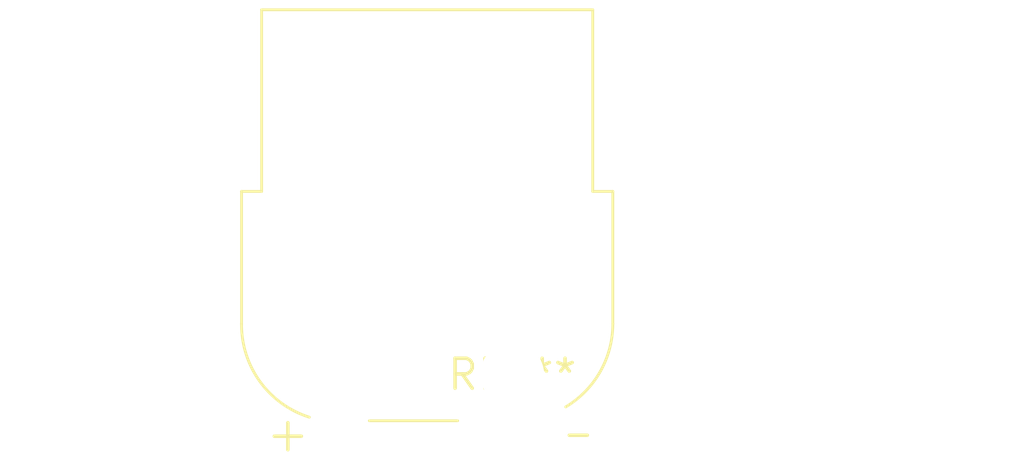
<source format=kicad_pcb>
(kicad_pcb (version 20240108) (generator pcbnew)
  (layers (0 "F.Cu" signal) (31 "B.Cu" signal) (34 "B.Paste" user) (35 "F.Paste" user) (36 "B.SilkS" user "B.Silkscreen") (37 "F.SilkS" user "F.Silkscreen") (38 "B.Mask" user) (39 "F.Mask" user) (44 "Edge.Cuts" user))
  (net 0 "")
  (footprint "AMASS_XT60PW-F_1x02_P7.20mm_Horizontal" (layer "F.Cu") (at 0 0)
    (property "Reference" "REF**")
    (property "Value" "AMASS_XT60PW-F_1x02_P7.20mm_Horizontal")
    (fp_line (start -11.46 -7.76) (end -11.46 -2.15) (layer "F.SilkS") (stroke (width 0.12)))
    (fp_line (start -11.46 -7.76) (end -10.61 -7.76) (layer "F.SilkS") (stroke (width 0.12)))
    (fp_line (start -10.61 -15.46) (end -10.61 -7.76) (layer "F.SilkS") (stroke (width 0.12)))
    (fp_line (start -10.61 -15.46) (end 3.41 -15.46) (layer "F.SilkS") (stroke (width 0.12)))
    (fp_line (start -6.05 1.96) (end -2.31 1.96) (layer "F.SilkS") (stroke (width 0.12)))
    (fp_line (start 3.41 -15.46) (end 3.41 -7.76) (layer "F.SilkS") (stroke (width 0.12)))
    (fp_line (start 3.41 -7.76) (end 4.26 -7.76) (layer "F.SilkS") (stroke (width 0.12)))
    (fp_line (start 4.26 -7.76) (end 4.26 -2.15) (layer "F.SilkS") (stroke (width 0.12)))
    (fp_arc (start -8.5899 1.808718) (mid -10.677645 0.302568) (end -11.46 -2.15) (layer "F.SilkS") (stroke (width 0.12)))
    (fp_arc (start 4.26 -2.15) (mid 3.727162 -0.126139) (end 2.266806 1.372958) (layer "F.SilkS") (stroke (width 0.12)))
    (fp_text user "-" (at 2.8 2.5 0) (layer "F.SilkS"))
    (fp_text user "+" (at -9.5 2.5 0) (layer "F.SilkS") (effects (font (size 1.5 1.5))))
    (pad "" thru_hole rect (at -10.35 -6) (size 0.9 2) (drill oval 0.6 1.7) (layers *.Cu *.Mask) (remove_unused_layers))
    (pad "" thru_hole rect (at 3.15 -6) (size 0.9 2) (drill oval 0.6 1.7) (layers *.Cu *.Mask) (remove_unused_layers))
    (pad "1" thru_hole roundrect (at 0 0) (size 4.1 4.1) (drill 2.7) (layers *.Cu *.Mask) (remove_unused_layers))
    (pad "2" thru_hole circle (at -7.2 0) (size 4.1 4.1) (drill 2.7) (layers *.Cu *.Mask) (remove_unused_layers))
  )
)
</source>
